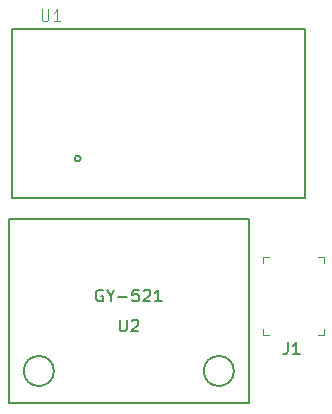
<source format=gbr>
G04 #@! TF.GenerationSoftware,KiCad,Pcbnew,5.1.7+dfsg1-1~bpo10+1*
G04 #@! TF.CreationDate,2020-11-11T10:48:05+09:00*
G04 #@! TF.ProjectId,MPU6050+ESP01_1,4d505536-3035-4302-9b45-535030315f31,rev?*
G04 #@! TF.SameCoordinates,Original*
G04 #@! TF.FileFunction,Legend,Top*
G04 #@! TF.FilePolarity,Positive*
%FSLAX46Y46*%
G04 Gerber Fmt 4.6, Leading zero omitted, Abs format (unit mm)*
G04 Created by KiCad (PCBNEW 5.1.7+dfsg1-1~bpo10+1) date 2020-11-11 10:48:05*
%MOMM*%
%LPD*%
G01*
G04 APERTURE LIST*
%ADD10C,0.150000*%
%ADD11C,0.100000*%
%ADD12C,0.200000*%
%ADD13C,0.015000*%
G04 APERTURE END LIST*
D10*
X121920000Y-130810000D02*
G75*
G03*
X121920000Y-130810000I-1270000J0D01*
G01*
X106680000Y-130810000D02*
G75*
G03*
X106680000Y-130810000I-1270000J0D01*
G01*
X123190000Y-133540500D02*
X102870000Y-133540500D01*
X102870000Y-133540500D02*
X102870000Y-117919500D01*
X102870000Y-117919500D02*
X123190000Y-117919500D01*
X123190000Y-117919500D02*
X123190000Y-133540500D01*
D11*
X124430000Y-127740000D02*
X124430000Y-127240000D01*
X124430000Y-127740000D02*
X124930000Y-127740000D01*
X129570000Y-127760000D02*
X129570000Y-127260000D01*
X129570000Y-127760000D02*
X129070000Y-127760000D01*
X129570000Y-121160000D02*
X129570000Y-121660000D01*
X129570000Y-121160000D02*
X129070000Y-121160000D01*
X124420000Y-121170000D02*
X124420000Y-121670000D01*
X124420000Y-121170000D02*
X124920000Y-121170000D01*
D12*
X108945001Y-112825001D02*
G75*
G03*
X108945001Y-112825001I-250000J0D01*
G01*
X103135001Y-116175001D02*
X103135001Y-101875001D01*
X127945001Y-116175001D02*
X103135001Y-116175001D01*
X127945001Y-101875001D02*
X127945001Y-116175001D01*
X103135001Y-101875001D02*
X127945001Y-101875001D01*
D10*
X112268095Y-126452380D02*
X112268095Y-127261904D01*
X112315714Y-127357142D01*
X112363333Y-127404761D01*
X112458571Y-127452380D01*
X112649047Y-127452380D01*
X112744285Y-127404761D01*
X112791904Y-127357142D01*
X112839523Y-127261904D01*
X112839523Y-126452380D01*
X113268095Y-126547619D02*
X113315714Y-126500000D01*
X113410952Y-126452380D01*
X113649047Y-126452380D01*
X113744285Y-126500000D01*
X113791904Y-126547619D01*
X113839523Y-126642857D01*
X113839523Y-126738095D01*
X113791904Y-126880952D01*
X113220476Y-127452380D01*
X113839523Y-127452380D01*
X110815714Y-123960000D02*
X110720476Y-123912380D01*
X110577619Y-123912380D01*
X110434761Y-123960000D01*
X110339523Y-124055238D01*
X110291904Y-124150476D01*
X110244285Y-124340952D01*
X110244285Y-124483809D01*
X110291904Y-124674285D01*
X110339523Y-124769523D01*
X110434761Y-124864761D01*
X110577619Y-124912380D01*
X110672857Y-124912380D01*
X110815714Y-124864761D01*
X110863333Y-124817142D01*
X110863333Y-124483809D01*
X110672857Y-124483809D01*
X111482380Y-124436190D02*
X111482380Y-124912380D01*
X111149047Y-123912380D02*
X111482380Y-124436190D01*
X111815714Y-123912380D01*
X112149047Y-124531428D02*
X112910952Y-124531428D01*
X113863333Y-123912380D02*
X113387142Y-123912380D01*
X113339523Y-124388571D01*
X113387142Y-124340952D01*
X113482380Y-124293333D01*
X113720476Y-124293333D01*
X113815714Y-124340952D01*
X113863333Y-124388571D01*
X113910952Y-124483809D01*
X113910952Y-124721904D01*
X113863333Y-124817142D01*
X113815714Y-124864761D01*
X113720476Y-124912380D01*
X113482380Y-124912380D01*
X113387142Y-124864761D01*
X113339523Y-124817142D01*
X114291904Y-124007619D02*
X114339523Y-123960000D01*
X114434761Y-123912380D01*
X114672857Y-123912380D01*
X114768095Y-123960000D01*
X114815714Y-124007619D01*
X114863333Y-124102857D01*
X114863333Y-124198095D01*
X114815714Y-124340952D01*
X114244285Y-124912380D01*
X114863333Y-124912380D01*
X115815714Y-124912380D02*
X115244285Y-124912380D01*
X115530000Y-124912380D02*
X115530000Y-123912380D01*
X115434761Y-124055238D01*
X115339523Y-124150476D01*
X115244285Y-124198095D01*
X126486666Y-128392380D02*
X126486666Y-129106666D01*
X126439047Y-129249523D01*
X126343809Y-129344761D01*
X126200952Y-129392380D01*
X126105714Y-129392380D01*
X127486666Y-129392380D02*
X126915238Y-129392380D01*
X127200952Y-129392380D02*
X127200952Y-128392380D01*
X127105714Y-128535238D01*
X127010476Y-128630476D01*
X126915238Y-128678095D01*
D13*
X105657506Y-100188292D02*
X105657506Y-100998192D01*
X105705148Y-101093474D01*
X105752789Y-101141116D01*
X105848071Y-101188757D01*
X106038636Y-101188757D01*
X106133918Y-101141116D01*
X106181560Y-101093474D01*
X106229201Y-100998192D01*
X106229201Y-100188292D01*
X107229666Y-101188757D02*
X106657971Y-101188757D01*
X106943819Y-101188757D02*
X106943819Y-100188292D01*
X106848536Y-100331215D01*
X106753254Y-100426498D01*
X106657971Y-100474139D01*
M02*

</source>
